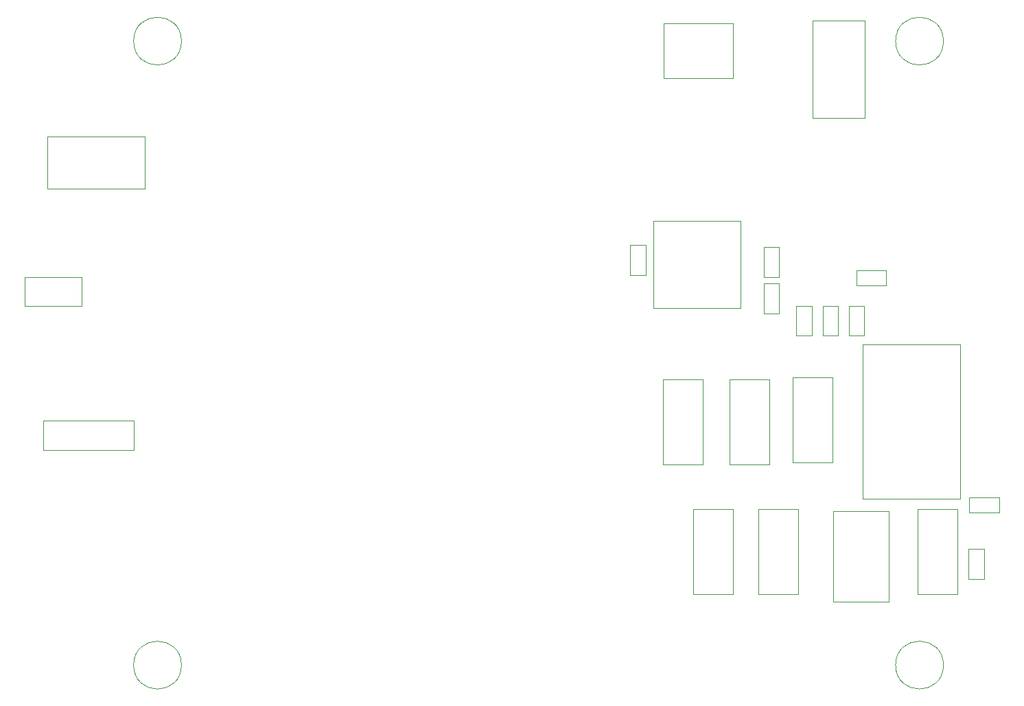
<source format=gbr>
G04 #@! TF.GenerationSoftware,KiCad,Pcbnew,(5.1.4)-1*
G04 #@! TF.CreationDate,2020-03-02T19:01:58-05:00*
G04 #@! TF.ProjectId,PCB_2020,5043425f-3230-4323-902e-6b696361645f,rev?*
G04 #@! TF.SameCoordinates,Original*
G04 #@! TF.FileFunction,Other,User*
%FSLAX46Y46*%
G04 Gerber Fmt 4.6, Leading zero omitted, Abs format (unit mm)*
G04 Created by KiCad (PCBNEW (5.1.4)-1) date 2020-03-02 19:01:58*
%MOMM*%
%LPD*%
G04 APERTURE LIST*
%ADD10C,0.050000*%
G04 APERTURE END LIST*
D10*
X244050000Y-112350000D02*
X244050000Y-108650000D01*
X245950000Y-112350000D02*
X244050000Y-112350000D01*
X245950000Y-108650000D02*
X245950000Y-112350000D01*
X244050000Y-108650000D02*
X245950000Y-108650000D01*
X247300000Y-112350000D02*
X247300000Y-108650000D01*
X249200000Y-112350000D02*
X247300000Y-112350000D01*
X249200000Y-108650000D02*
X249200000Y-112350000D01*
X247300000Y-108650000D02*
X249200000Y-108650000D01*
X238700000Y-101400000D02*
X238700000Y-105100000D01*
X236800000Y-101400000D02*
X238700000Y-101400000D01*
X236800000Y-105100000D02*
X236800000Y-101400000D01*
X238700000Y-105100000D02*
X236800000Y-105100000D01*
X236800000Y-109600000D02*
X236800000Y-105900000D01*
X238700000Y-109600000D02*
X236800000Y-109600000D01*
X238700000Y-105900000D02*
X238700000Y-109600000D01*
X236800000Y-105900000D02*
X238700000Y-105900000D01*
X240800000Y-112350000D02*
X240800000Y-108650000D01*
X242700000Y-112350000D02*
X240800000Y-112350000D01*
X242700000Y-108650000D02*
X242700000Y-112350000D01*
X240800000Y-108650000D02*
X242700000Y-108650000D01*
X262050000Y-142350000D02*
X262050000Y-138650000D01*
X263950000Y-142350000D02*
X262050000Y-142350000D01*
X263950000Y-138650000D02*
X263950000Y-142350000D01*
X262050000Y-138650000D02*
X263950000Y-138650000D01*
X228100000Y-133710000D02*
X228100000Y-144210000D01*
X233010000Y-133710000D02*
X228100000Y-133710000D01*
X233010000Y-144210000D02*
X233010000Y-133710000D01*
X228100000Y-144210000D02*
X233010000Y-144210000D01*
X236100000Y-133710000D02*
X236100000Y-144210000D01*
X241010000Y-133710000D02*
X236100000Y-133710000D01*
X241010000Y-144210000D02*
X241010000Y-133710000D01*
X236100000Y-144210000D02*
X241010000Y-144210000D01*
X224350000Y-117710000D02*
X224350000Y-128210000D01*
X229260000Y-117710000D02*
X224350000Y-117710000D01*
X229260000Y-128210000D02*
X229260000Y-117710000D01*
X224350000Y-128210000D02*
X229260000Y-128210000D01*
X232600000Y-117710000D02*
X232600000Y-128210000D01*
X237510000Y-117710000D02*
X232600000Y-117710000D01*
X237510000Y-128210000D02*
X237510000Y-117710000D01*
X232600000Y-128210000D02*
X237510000Y-128210000D01*
X240350000Y-117460000D02*
X240350000Y-127960000D01*
X245260000Y-117460000D02*
X240350000Y-117460000D01*
X245260000Y-127960000D02*
X245260000Y-117460000D01*
X240350000Y-127960000D02*
X245260000Y-127960000D01*
X260650000Y-144290000D02*
X260650000Y-133790000D01*
X255740000Y-144290000D02*
X260650000Y-144290000D01*
X255740000Y-133790000D02*
X255740000Y-144290000D01*
X260650000Y-133790000D02*
X255740000Y-133790000D01*
X233900000Y-98150000D02*
X223200000Y-98150000D01*
X233900000Y-108950000D02*
X233900000Y-98150000D01*
X223200000Y-108950000D02*
X233900000Y-108950000D01*
X223200000Y-98150000D02*
X223200000Y-108950000D01*
X164950000Y-76000000D02*
G75*
G03X164950000Y-76000000I-2950000J0D01*
G01*
X258950000Y-76000000D02*
G75*
G03X258950000Y-76000000I-2950000J0D01*
G01*
X164950000Y-153000000D02*
G75*
G03X164950000Y-153000000I-2950000J0D01*
G01*
X258950000Y-153000000D02*
G75*
G03X258950000Y-153000000I-2950000J0D01*
G01*
X160400000Y-94200000D02*
X160400000Y-87800000D01*
X148400000Y-94200000D02*
X160400000Y-94200000D01*
X148400000Y-87800000D02*
X148400000Y-94200000D01*
X160400000Y-87800000D02*
X148400000Y-87800000D01*
X147900000Y-126450000D02*
X159100000Y-126450000D01*
X159100000Y-126450000D02*
X159100000Y-122850000D01*
X159100000Y-122850000D02*
X147900000Y-122850000D01*
X147900000Y-122850000D02*
X147900000Y-126450000D01*
X152650000Y-105100000D02*
X145600000Y-105100000D01*
X152650000Y-108700000D02*
X152650000Y-105100000D01*
X145600000Y-108700000D02*
X152650000Y-108700000D01*
X145600000Y-105100000D02*
X145600000Y-108700000D01*
X252170000Y-145140000D02*
X252170000Y-133980000D01*
X245370000Y-145140000D02*
X252170000Y-145140000D01*
X245370000Y-133980000D02*
X245370000Y-145140000D01*
X252170000Y-133980000D02*
X245370000Y-133980000D01*
X224400000Y-80620000D02*
X233020000Y-80620000D01*
X224400000Y-73820000D02*
X224400000Y-80620000D01*
X233020000Y-73820000D02*
X224400000Y-73820000D01*
X233020000Y-80620000D02*
X233020000Y-73820000D01*
X249250000Y-73450000D02*
X242850000Y-73450000D01*
X249250000Y-85450000D02*
X249250000Y-73450000D01*
X242850000Y-85450000D02*
X249250000Y-85450000D01*
X242850000Y-73450000D02*
X242850000Y-85450000D01*
X249000000Y-113450000D02*
X249000000Y-132450000D01*
X261000000Y-113450000D02*
X249000000Y-113450000D01*
X261000000Y-132450000D02*
X261000000Y-113450000D01*
X249000000Y-132450000D02*
X261000000Y-132450000D01*
X251900000Y-106150000D02*
X248200000Y-106150000D01*
X251900000Y-104250000D02*
X251900000Y-106150000D01*
X248200000Y-104250000D02*
X251900000Y-104250000D01*
X248200000Y-106150000D02*
X248200000Y-104250000D01*
X265850000Y-134200000D02*
X262150000Y-134200000D01*
X265850000Y-132300000D02*
X265850000Y-134200000D01*
X262150000Y-132300000D02*
X265850000Y-132300000D01*
X262150000Y-134200000D02*
X262150000Y-132300000D01*
X220300000Y-104850000D02*
X220300000Y-101150000D01*
X222200000Y-104850000D02*
X220300000Y-104850000D01*
X222200000Y-101150000D02*
X222200000Y-104850000D01*
X220300000Y-101150000D02*
X222200000Y-101150000D01*
M02*

</source>
